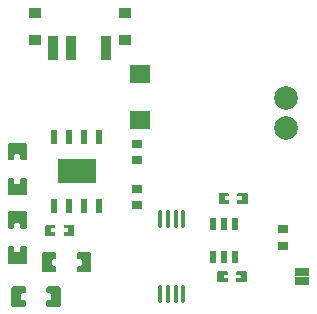
<source format=gtp>
G04 Layer: TopPasteMaskLayer*
G04 EasyEDA v6.5.23, 2023-05-11 23:14:51*
G04 9144401c2488441e8b95ca08e647d0b0,10*
G04 Gerber Generator version 0.2*
G04 Scale: 100 percent, Rotated: No, Reflected: No *
G04 Dimensions in millimeters *
G04 leading zeros omitted , absolute positions ,4 integer and 5 decimal *
%FSLAX45Y45*%
%MOMM*%

%ADD10R,0.9000X2.0000*%
%ADD11R,1.1000X0.9300*%
%ADD12C,2.0000*%
%ADD13R,0.6000X1.2000*%
%ADD14R,3.3000X2.0000*%
%ADD15O,0.3999992X1.499997*%
%ADD16R,0.5500X1.0000*%
%ADD17R,0.9000X0.8000*%
%ADD18R,1.2700X0.6350*%
%ADD19R,1.7000X1.6000*%

%LPD*%
G36*
X937514Y-2064969D02*
G01*
X927506Y-2074925D01*
X927506Y-2111095D01*
X937514Y-2121103D01*
X958545Y-2121103D01*
X968552Y-2131060D01*
X968552Y-2168906D01*
X958545Y-2178913D01*
X937514Y-2178913D01*
X927506Y-2188921D01*
X927506Y-2225040D01*
X937514Y-2235047D01*
X1038250Y-2235047D01*
X1048258Y-2225040D01*
X1048258Y-2074925D01*
X1038250Y-2064969D01*
G37*
G36*
X641756Y-2064969D02*
G01*
X631748Y-2074925D01*
X631748Y-2225040D01*
X641756Y-2235047D01*
X742492Y-2235047D01*
X752500Y-2225040D01*
X752500Y-2188921D01*
X742492Y-2178913D01*
X721461Y-2178913D01*
X711454Y-2168906D01*
X711454Y-2131060D01*
X721461Y-2121103D01*
X742492Y-2121103D01*
X752500Y-2111095D01*
X752500Y-2074925D01*
X742492Y-2064969D01*
G37*
G36*
X677519Y-2354935D02*
G01*
X667512Y-2364943D01*
X667512Y-2401062D01*
X677519Y-2411069D01*
X698550Y-2411069D01*
X708558Y-2421077D01*
X708558Y-2458923D01*
X698550Y-2468930D01*
X677519Y-2468930D01*
X667512Y-2478938D01*
X667512Y-2515057D01*
X677519Y-2525064D01*
X778256Y-2525064D01*
X788263Y-2515057D01*
X788263Y-2364943D01*
X778256Y-2354935D01*
G37*
G36*
X381762Y-2354935D02*
G01*
X371754Y-2364943D01*
X371754Y-2515057D01*
X381762Y-2525064D01*
X482498Y-2525064D01*
X492506Y-2515057D01*
X492506Y-2478938D01*
X482498Y-2468930D01*
X461467Y-2468930D01*
X451459Y-2458923D01*
X451459Y-2421077D01*
X461467Y-2411069D01*
X482498Y-2411069D01*
X492506Y-2401062D01*
X492506Y-2364943D01*
X482498Y-2354935D01*
G37*
G36*
X348996Y-1434998D02*
G01*
X338988Y-1445006D01*
X338988Y-1573479D01*
X348996Y-1583486D01*
X490982Y-1583486D01*
X500989Y-1573479D01*
X500989Y-1445006D01*
X490982Y-1434998D01*
X457555Y-1434998D01*
X447548Y-1445006D01*
X447548Y-1475486D01*
X437540Y-1485493D01*
X402437Y-1485493D01*
X392480Y-1475486D01*
X392480Y-1445006D01*
X382473Y-1434998D01*
G37*
G36*
X348996Y-1136497D02*
G01*
X338988Y-1146505D01*
X338988Y-1274978D01*
X348996Y-1284986D01*
X382473Y-1284986D01*
X392480Y-1274978D01*
X392480Y-1244498D01*
X402437Y-1234490D01*
X437540Y-1234490D01*
X447548Y-1244498D01*
X447548Y-1274978D01*
X457555Y-1284986D01*
X490982Y-1284986D01*
X500989Y-1274978D01*
X500989Y-1146505D01*
X490982Y-1136497D01*
G37*
G36*
X348996Y-2014982D02*
G01*
X338988Y-2024989D01*
X338988Y-2153513D01*
X348996Y-2163521D01*
X490982Y-2163521D01*
X500989Y-2153513D01*
X500989Y-2024989D01*
X490982Y-2014982D01*
X457555Y-2014982D01*
X447548Y-2024989D01*
X447548Y-2055469D01*
X437540Y-2065477D01*
X402437Y-2065477D01*
X392480Y-2055469D01*
X392480Y-2024989D01*
X382473Y-2014982D01*
G37*
G36*
X348996Y-1716481D02*
G01*
X338988Y-1726488D01*
X338988Y-1855012D01*
X348996Y-1865020D01*
X382473Y-1865020D01*
X392480Y-1855012D01*
X392480Y-1824532D01*
X402437Y-1814525D01*
X437540Y-1814525D01*
X447548Y-1824532D01*
X447548Y-1855012D01*
X457555Y-1865020D01*
X490982Y-1865020D01*
X500989Y-1855012D01*
X500989Y-1726488D01*
X490982Y-1716481D01*
G37*
G36*
X819607Y-1834946D02*
G01*
X814578Y-1839975D01*
X814578Y-1862734D01*
X851611Y-1862734D01*
X851611Y-1895754D01*
X814578Y-1895754D01*
X814578Y-1919935D01*
X819607Y-1924964D01*
X899566Y-1924964D01*
X904595Y-1919935D01*
X904595Y-1839975D01*
X899566Y-1834946D01*
G37*
G36*
X660603Y-1834946D02*
G01*
X655574Y-1839975D01*
X655574Y-1919935D01*
X660603Y-1924964D01*
X739597Y-1924964D01*
X744575Y-1919935D01*
X744575Y-1895754D01*
X706577Y-1895754D01*
X706577Y-1862734D01*
X744575Y-1862734D01*
X744575Y-1839975D01*
X739597Y-1834946D01*
G37*
G36*
X2289505Y-1564944D02*
G01*
X2284476Y-1569974D01*
X2284476Y-1592732D01*
X2321509Y-1592732D01*
X2321509Y-1625752D01*
X2284476Y-1625752D01*
X2284476Y-1649933D01*
X2289505Y-1654962D01*
X2369464Y-1654962D01*
X2374493Y-1649933D01*
X2374493Y-1569974D01*
X2369464Y-1564944D01*
G37*
G36*
X2130501Y-1564944D02*
G01*
X2125472Y-1569974D01*
X2125472Y-1649933D01*
X2130501Y-1654962D01*
X2209495Y-1654962D01*
X2214473Y-1649933D01*
X2214473Y-1625752D01*
X2176475Y-1625752D01*
X2176475Y-1592732D01*
X2214473Y-1592732D01*
X2214473Y-1569974D01*
X2209495Y-1564944D01*
G37*
G36*
X2120595Y-2225090D02*
G01*
X2115566Y-2230069D01*
X2115566Y-2310079D01*
X2120595Y-2315108D01*
X2200554Y-2315108D01*
X2205583Y-2310079D01*
X2205583Y-2287270D01*
X2168550Y-2287270D01*
X2168550Y-2254300D01*
X2205583Y-2254300D01*
X2205583Y-2230069D01*
X2200554Y-2225090D01*
G37*
G36*
X2280564Y-2225090D02*
G01*
X2275586Y-2230069D01*
X2275586Y-2254300D01*
X2313584Y-2254300D01*
X2313584Y-2287270D01*
X2275586Y-2287270D01*
X2275586Y-2310079D01*
X2280564Y-2315108D01*
X2359558Y-2315108D01*
X2364587Y-2310079D01*
X2364587Y-2230069D01*
X2359558Y-2225090D01*
G37*
D10*
G01*
X1175004Y-339082D03*
G01*
X875004Y-339082D03*
G01*
X725017Y-339082D03*
D11*
G01*
X570001Y-267936D03*
G01*
X570001Y-40937D03*
G01*
X1329994Y-40937D03*
G01*
X1329994Y-267936D03*
D12*
G01*
X2699283Y-757293D03*
G01*
X2699283Y-1011293D03*
D13*
G01*
X735888Y-1672429D03*
G01*
X862888Y-1672429D03*
G01*
X989888Y-1672429D03*
G01*
X1116888Y-1672429D03*
G01*
X1116888Y-1090769D03*
G01*
X989888Y-1090769D03*
G01*
X862888Y-1090769D03*
G01*
X735888Y-1090769D03*
D14*
G01*
X926388Y-1381599D03*
D15*
G01*
X1632483Y-2420028D03*
G01*
X1697507Y-2420028D03*
G01*
X1762531Y-2420028D03*
G01*
X1827555Y-2420028D03*
G01*
X1632483Y-1779948D03*
G01*
X1697507Y-1779948D03*
G01*
X1762531Y-1779948D03*
G01*
X1827555Y-1779948D03*
D16*
G01*
X2264994Y-2109995D03*
G01*
X2169998Y-2109995D03*
G01*
X2075002Y-2109995D03*
G01*
X2075002Y-1829986D03*
G01*
X2169998Y-1829986D03*
G01*
X2264994Y-1829986D03*
D17*
G01*
X1434388Y-1146497D03*
G01*
X1434388Y-1286502D03*
G01*
X1434388Y-1667502D03*
G01*
X1434388Y-1527497D03*
G01*
X2670098Y-1869889D03*
G01*
X2670098Y-2009894D03*
D18*
G01*
X2829991Y-2310630D03*
G01*
X2829991Y-2229350D03*
D19*
G01*
X1459992Y-945989D03*
G01*
X1459992Y-553991D03*
M02*

</source>
